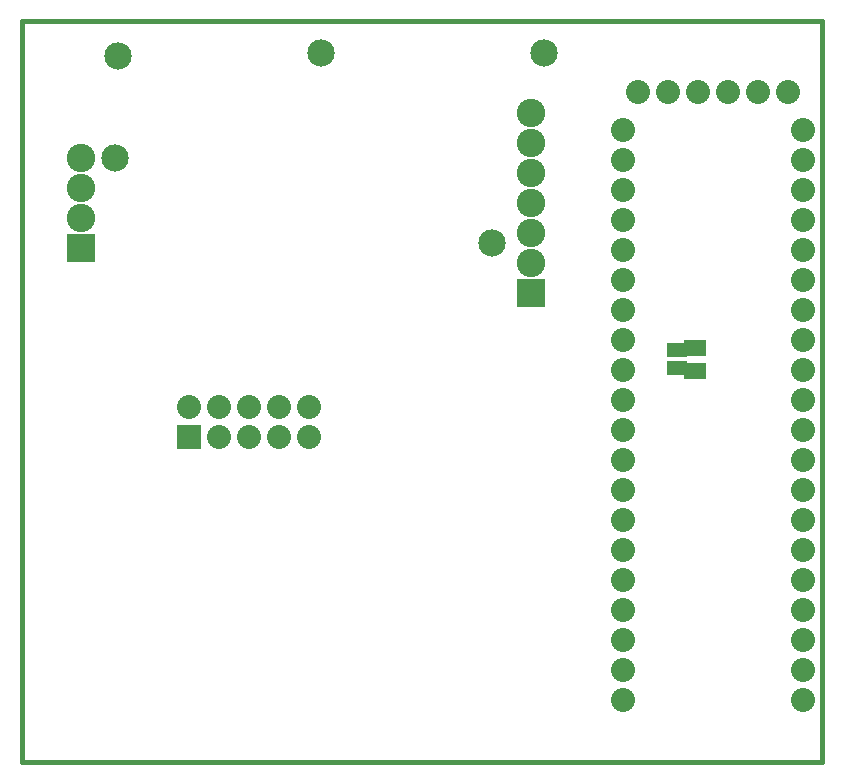
<source format=gbs>
G04 (created by PCBNEW-RS274X (2010-03-14)-final) date jue 03 nov 2011 01:52:56 ART*
G01*
G70*
G90*
%MOIN*%
G04 Gerber Fmt 3.4, Leading zero omitted, Abs format*
%FSLAX34Y34*%
G04 APERTURE LIST*
%ADD10C,0.000100*%
%ADD11C,0.015000*%
%ADD12R,0.080000X0.080000*%
%ADD13C,0.080000*%
%ADD14R,0.075000X0.055000*%
%ADD15R,0.065000X0.045000*%
%ADD16O,0.080000X0.080000*%
%ADD17R,0.095000X0.095000*%
%ADD18C,0.095000*%
%ADD19C,0.090900*%
G04 APERTURE END LIST*
G54D10*
G54D11*
X38950Y-56100D02*
X38950Y-31400D01*
X39000Y-56100D02*
X38950Y-56100D01*
X39200Y-56100D02*
X39000Y-56100D01*
X39450Y-56100D02*
X39200Y-56100D01*
X42700Y-56100D02*
X39450Y-56100D01*
X65600Y-56100D02*
X42700Y-56100D01*
X65600Y-31400D02*
X65600Y-56100D01*
X38950Y-31400D02*
X65600Y-31400D01*
G54D12*
X44500Y-45250D03*
G54D13*
X44500Y-44250D03*
X45500Y-45250D03*
X45500Y-44250D03*
X46500Y-45250D03*
X46500Y-44250D03*
X47500Y-45250D03*
X47500Y-44250D03*
X48500Y-45250D03*
X48500Y-44250D03*
G54D14*
X61375Y-42300D03*
X61375Y-43050D03*
G54D15*
X60775Y-42375D03*
X60775Y-42975D03*
G54D16*
X64975Y-54025D03*
X64975Y-53025D03*
X64975Y-52025D03*
X64975Y-51025D03*
X64975Y-50025D03*
X64975Y-49025D03*
X64975Y-48025D03*
X64975Y-47025D03*
X64975Y-46025D03*
X64975Y-45025D03*
X64975Y-44025D03*
X64975Y-43025D03*
X64975Y-42025D03*
X64975Y-41025D03*
X64975Y-40025D03*
X64975Y-39025D03*
X64975Y-38025D03*
X64975Y-37025D03*
X64975Y-36025D03*
X64975Y-35025D03*
X58975Y-54025D03*
X58975Y-53025D03*
X58975Y-52025D03*
X58975Y-51025D03*
X58975Y-50025D03*
X58975Y-49025D03*
X58975Y-48025D03*
X58975Y-47025D03*
X58975Y-46025D03*
X58975Y-45025D03*
X58975Y-44025D03*
X58975Y-43025D03*
X58975Y-42025D03*
X58975Y-41025D03*
X58975Y-40025D03*
X58975Y-39025D03*
X58975Y-38025D03*
X58975Y-37025D03*
X58975Y-36025D03*
X58975Y-35025D03*
X59475Y-33775D03*
X60475Y-33775D03*
X61475Y-33775D03*
X62475Y-33775D03*
X63475Y-33775D03*
X64475Y-33775D03*
G54D17*
X55900Y-40450D03*
G54D18*
X55900Y-39450D03*
X55900Y-38450D03*
X55900Y-37450D03*
X55900Y-36450D03*
X55900Y-35450D03*
X55900Y-34450D03*
G54D17*
X40900Y-38950D03*
G54D18*
X40900Y-37950D03*
X40900Y-36950D03*
X40900Y-35950D03*
G54D19*
X54600Y-38800D03*
X56350Y-32450D03*
X42050Y-35950D03*
X48900Y-32450D03*
X42125Y-32575D03*
M02*

</source>
